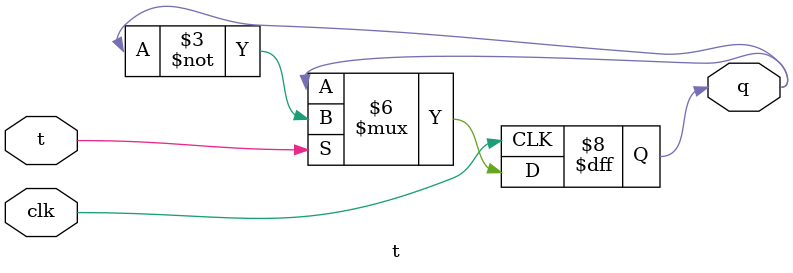
<source format=v>
module t(t,clk,q);
  input t;
  input clk;
  output reg q;
  reg q = 0;
  always @(negedge clk)
    if (t == 0)
      q = q;
    else
      q = ~q;
endmodule
</source>
